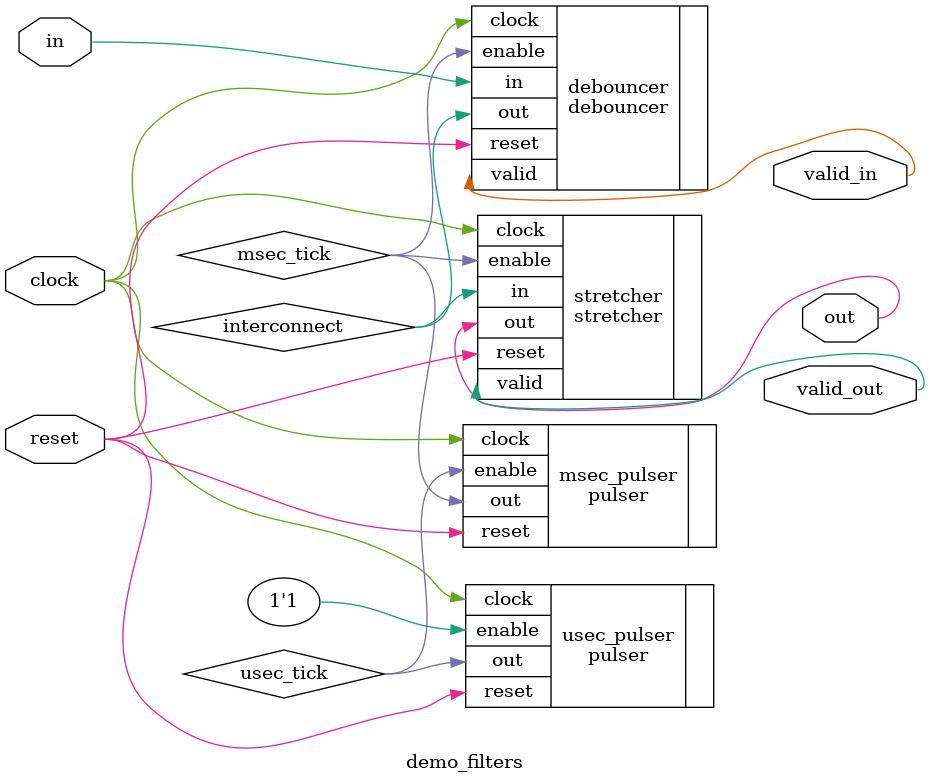
<source format=v>
/*
 * Copyright (c) 2008, Kendall Correll
 *
 * Permission to use, copy, modify, and distribute this software for any
 * purpose with or without fee is hereby granted, provided that the above
 * copyright notice and this permission notice appear in all copies.
 *
 * THE SOFTWARE IS PROVIDED "AS IS" AND THE AUTHOR DISCLAIMS ALL WARRANTIES
 * WITH REGARD TO THIS SOFTWARE INCLUDING ALL IMPLIED WARRANTIES OF
 * MERCHANTABILITY AND FITNESS. IN NO EVENT SHALL THE AUTHOR BE LIABLE FOR
 * ANY SPECIAL, DIRECT, INDIRECT, OR CONSEQUENTIAL DAMAGES OR ANY DAMAGES
 * WHATSOEVER RESULTING FROM LOSS OF USE, DATA OR PROFITS, WHETHER IN AN
 * ACTION OF CONTRACT, NEGLIGENCE OR OTHER TORTIOUS ACTION, ARISING OUT OF
 * OR IN CONNECTION WITH THE USE OR PERFORMANCE OF THIS SOFTWARE.
 */

`timescale 1ns / 1ps

`define CLOCK_MHZ 40
`define DEBOUNCE_HIGH_COUNT 3
`define DEBOUNCE_LOW_COUNT 2
`define STRETCH_HIGH_COUNT 10
`define STRETCH_LOW_COUNT 5

module demo_filters (
	input in,
	output out,
	output valid_in,
	output valid_out,
	
	input clock,
	input reset
);

wire usec_tick, msec_tick, interconnect;

pulser #(
	.count(`CLOCK_MHZ-1)
) usec_pulser (
	.enable(1'b1),
	.out(usec_tick),
	
	.clock(clock),
	.reset(reset)
);

pulser #(
	.count(1000)
) msec_pulser (
	.enable(usec_tick),
	.out(msec_tick),
	
	.clock(clock),
	.reset(reset)
);

debouncer #(
	.high_count(`DEBOUNCE_HIGH_COUNT),
	.low_count(`DEBOUNCE_LOW_COUNT)
) debouncer (
	.enable(msec_tick),
	.in(in),
	.out(interconnect),
	.valid(valid_in),
	
	.clock(clock),
	.reset(reset)
);

stretcher #(
	.high_count(`STRETCH_HIGH_COUNT),
	.low_count(`STRETCH_LOW_COUNT)
) stretcher (
	.enable(msec_tick),
	.in(interconnect),
	.out(out),
	.valid(valid_out),
	
	.clock(clock),
	.reset(reset)
);

endmodule

</source>
